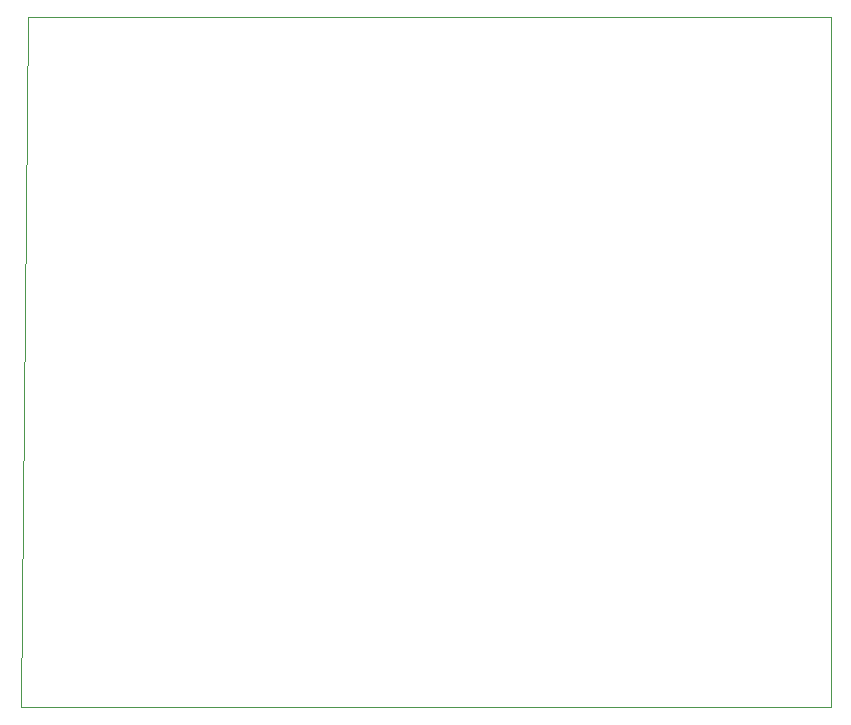
<source format=gbr>
G04 #@! TF.GenerationSoftware,KiCad,Pcbnew,(5.1.5)-3*
G04 #@! TF.CreationDate,2020-06-01T17:25:32+02:00*
G04 #@! TF.ProjectId,aurduino_ng,61757264-7569-46e6-9f5f-6e672e6b6963,rev?*
G04 #@! TF.SameCoordinates,Original*
G04 #@! TF.FileFunction,Profile,NP*
%FSLAX46Y46*%
G04 Gerber Fmt 4.6, Leading zero omitted, Abs format (unit mm)*
G04 Created by KiCad (PCBNEW (5.1.5)-3) date 2020-06-01 17:25:32*
%MOMM*%
%LPD*%
G04 APERTURE LIST*
%ADD10C,0.050000*%
G04 APERTURE END LIST*
D10*
X177800000Y-81280000D02*
X177800000Y-139700000D01*
X109855000Y-81280000D02*
X177800000Y-81280000D01*
X109220000Y-139700000D02*
X109855000Y-81280000D01*
X177800000Y-139700000D02*
X109220000Y-139700000D01*
M02*

</source>
